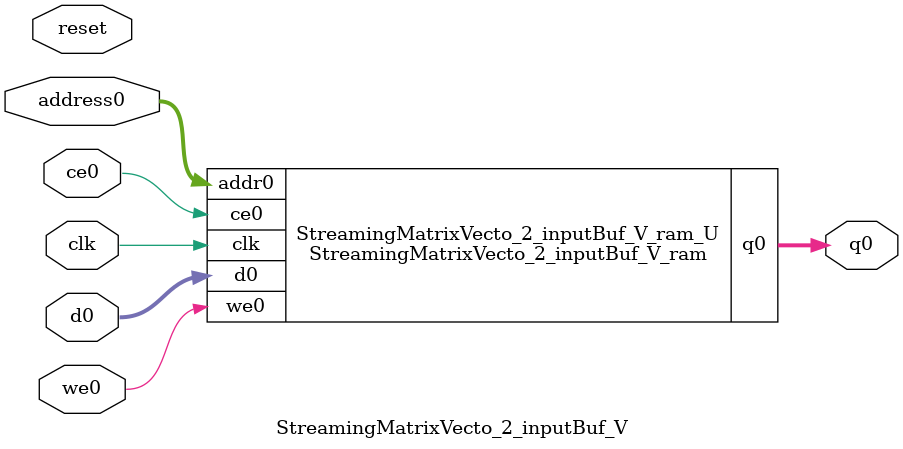
<source format=v>
`timescale 1 ns / 1 ps
module StreamingMatrixVecto_2_inputBuf_V_ram (addr0, ce0, d0, we0, q0,  clk);

parameter DWIDTH = 4;
parameter AWIDTH = 7;
parameter MEM_SIZE = 128;

input[AWIDTH-1:0] addr0;
input ce0;
input[DWIDTH-1:0] d0;
input we0;
output reg[DWIDTH-1:0] q0;
input clk;

(* ram_style = "distributed" *)reg [DWIDTH-1:0] ram[0:MEM_SIZE-1];




always @(posedge clk)  
begin 
    if (ce0) 
    begin
        if (we0) 
        begin 
            ram[addr0] <= d0; 
        end 
        q0 <= ram[addr0];
    end
end


endmodule

`timescale 1 ns / 1 ps
module StreamingMatrixVecto_2_inputBuf_V(
    reset,
    clk,
    address0,
    ce0,
    we0,
    d0,
    q0);

parameter DataWidth = 32'd4;
parameter AddressRange = 32'd128;
parameter AddressWidth = 32'd7;
input reset;
input clk;
input[AddressWidth - 1:0] address0;
input ce0;
input we0;
input[DataWidth - 1:0] d0;
output[DataWidth - 1:0] q0;



StreamingMatrixVecto_2_inputBuf_V_ram StreamingMatrixVecto_2_inputBuf_V_ram_U(
    .clk( clk ),
    .addr0( address0 ),
    .ce0( ce0 ),
    .we0( we0 ),
    .d0( d0 ),
    .q0( q0 ));

endmodule


</source>
